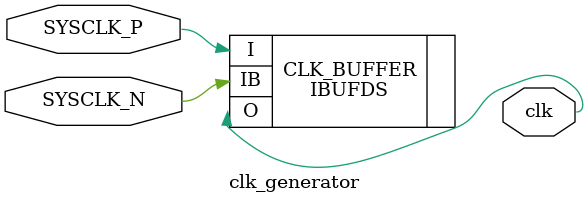
<source format=v>
`timescale 1ns / 1ps

module clk_generator(
    input SYSCLK_P,
    input SYSCLK_N,
    output clk
    );
    
   // IBUFDS: Differential Input Buffer 
    IBUFDS #(
       .DIFF_TERM("FALSE"),       // Differential Termination
       .IBUF_LOW_PWR("TRUE"),     // Low power="TRUE", Highest performance="FALSE" 
       .IOSTANDARD("DEFAULT")     // Specify the input I/O standard
    ) CLK_BUFFER (
       .O(clk),  // Buffer output
       .I(SYSCLK_P),  // Diff_p buffer input (connect directly to top-level port)
       .IB(SYSCLK_N) // Diff_n buffer input (connect directly to top-level port)
    );
    
endmodule

</source>
